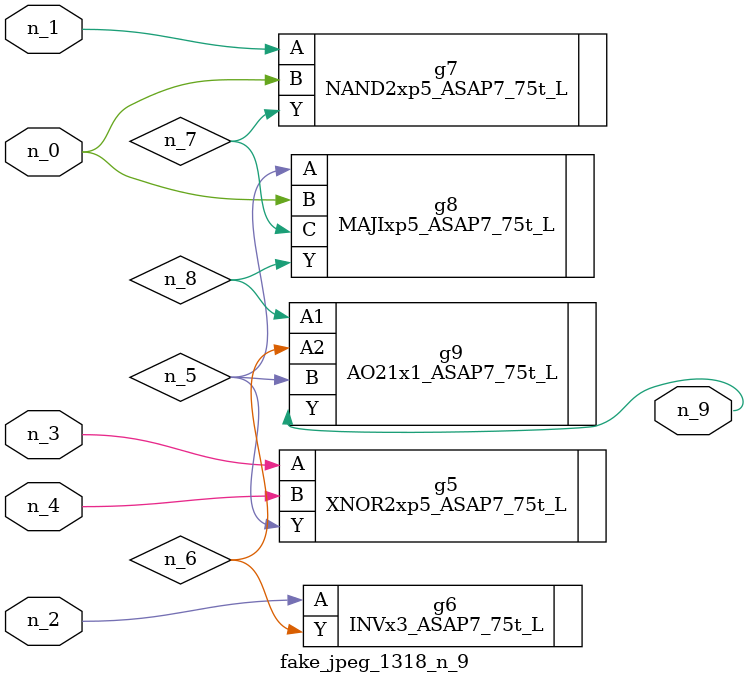
<source format=v>
module fake_jpeg_1318_n_9 (n_3, n_2, n_1, n_0, n_4, n_9);

input n_3;
input n_2;
input n_1;
input n_0;
input n_4;

output n_9;

wire n_8;
wire n_6;
wire n_5;
wire n_7;

XNOR2xp5_ASAP7_75t_L g5 ( 
.A(n_3),
.B(n_4),
.Y(n_5)
);

INVx3_ASAP7_75t_L g6 ( 
.A(n_2),
.Y(n_6)
);

NAND2xp5_ASAP7_75t_L g7 ( 
.A(n_1),
.B(n_0),
.Y(n_7)
);

MAJIxp5_ASAP7_75t_L g8 ( 
.A(n_5),
.B(n_0),
.C(n_7),
.Y(n_8)
);

AO21x1_ASAP7_75t_L g9 ( 
.A1(n_8),
.A2(n_6),
.B(n_5),
.Y(n_9)
);


endmodule
</source>
